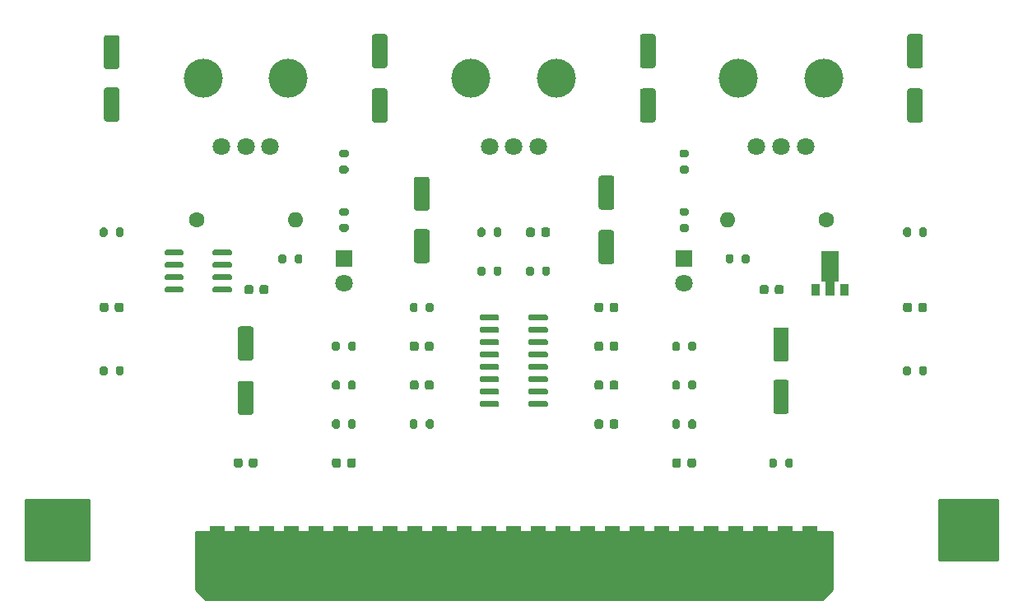
<source format=gbr>
G04 #@! TF.GenerationSoftware,KiCad,Pcbnew,(5.1.7)-1*
G04 #@! TF.CreationDate,2022-04-16T14:49:26-05:00*
G04 #@! TF.ProjectId,ConsolePedalDelaySMT,436f6e73-6f6c-4655-9065-64616c44656c,rev?*
G04 #@! TF.SameCoordinates,Original*
G04 #@! TF.FileFunction,Soldermask,Top*
G04 #@! TF.FilePolarity,Negative*
%FSLAX46Y46*%
G04 Gerber Fmt 4.6, Leading zero omitted, Abs format (unit mm)*
G04 Created by KiCad (PCBNEW (5.1.7)-1) date 2022-04-16 14:49:26*
%MOMM*%
%LPD*%
G01*
G04 APERTURE LIST*
%ADD10R,1.800000X1.800000*%
%ADD11C,1.800000*%
%ADD12C,5.000000*%
%ADD13C,1.600000*%
%ADD14O,1.600000X1.600000*%
%ADD15C,4.000000*%
%ADD16R,1.500000X7.000000*%
%ADD17R,0.900000X1.300000*%
%ADD18C,0.100000*%
%ADD19C,0.254000*%
G04 APERTURE END LIST*
D10*
G04 #@! TO.C,D3*
X115250000Y-95000000D03*
D11*
X115250000Y-97540000D03*
G04 #@! TD*
G04 #@! TO.C,D2*
X150250000Y-97540000D03*
D10*
X150250000Y-95000000D03*
G04 #@! TD*
D12*
G04 #@! TO.C,H1*
X85350000Y-122600000D03*
G04 #@! TD*
G04 #@! TO.C,H2*
X180150000Y-122600000D03*
G04 #@! TD*
D13*
G04 #@! TO.C,R21*
X100059000Y-91000000D03*
D14*
X110219000Y-91000000D03*
G04 #@! TD*
D11*
G04 #@! TO.C,RV1*
X102639000Y-83439000D03*
X105139000Y-83439000D03*
X107639000Y-83439000D03*
D15*
X100739000Y-76439000D03*
X109539000Y-76439000D03*
G04 #@! TD*
G04 #@! TO.C,RV2*
X137115000Y-76439000D03*
X128315000Y-76439000D03*
D11*
X135215000Y-83439000D03*
X132715000Y-83439000D03*
X130215000Y-83439000D03*
G04 #@! TD*
G04 #@! TO.C,RV3*
X157715000Y-83439000D03*
X160215000Y-83439000D03*
X162715000Y-83439000D03*
D15*
X155815000Y-76439000D03*
X164615000Y-76439000D03*
G04 #@! TD*
G04 #@! TO.C,C4*
G36*
G01*
X147053000Y-75389000D02*
X145953000Y-75389000D01*
G75*
G02*
X145703000Y-75139000I0J250000D01*
G01*
X145703000Y-72139000D01*
G75*
G02*
X145953000Y-71889000I250000J0D01*
G01*
X147053000Y-71889000D01*
G75*
G02*
X147303000Y-72139000I0J-250000D01*
G01*
X147303000Y-75139000D01*
G75*
G02*
X147053000Y-75389000I-250000J0D01*
G01*
G37*
G36*
G01*
X147053000Y-80989000D02*
X145953000Y-80989000D01*
G75*
G02*
X145703000Y-80739000I0J250000D01*
G01*
X145703000Y-77739000D01*
G75*
G02*
X145953000Y-77489000I250000J0D01*
G01*
X147053000Y-77489000D01*
G75*
G02*
X147303000Y-77739000I0J-250000D01*
G01*
X147303000Y-80739000D01*
G75*
G02*
X147053000Y-80989000I-250000J0D01*
G01*
G37*
G04 #@! TD*
G04 #@! TO.C,C5*
G36*
G01*
X104589000Y-101950000D02*
X105689000Y-101950000D01*
G75*
G02*
X105939000Y-102200000I0J-250000D01*
G01*
X105939000Y-105200000D01*
G75*
G02*
X105689000Y-105450000I-250000J0D01*
G01*
X104589000Y-105450000D01*
G75*
G02*
X104339000Y-105200000I0J250000D01*
G01*
X104339000Y-102200000D01*
G75*
G02*
X104589000Y-101950000I250000J0D01*
G01*
G37*
G36*
G01*
X104589000Y-107550000D02*
X105689000Y-107550000D01*
G75*
G02*
X105939000Y-107800000I0J-250000D01*
G01*
X105939000Y-110800000D01*
G75*
G02*
X105689000Y-111050000I-250000J0D01*
G01*
X104589000Y-111050000D01*
G75*
G02*
X104339000Y-110800000I0J250000D01*
G01*
X104339000Y-107800000D01*
G75*
G02*
X104589000Y-107550000I250000J0D01*
G01*
G37*
G04 #@! TD*
G04 #@! TO.C,C13*
G36*
G01*
X174553000Y-75389000D02*
X173453000Y-75389000D01*
G75*
G02*
X173203000Y-75139000I0J250000D01*
G01*
X173203000Y-72139000D01*
G75*
G02*
X173453000Y-71889000I250000J0D01*
G01*
X174553000Y-71889000D01*
G75*
G02*
X174803000Y-72139000I0J-250000D01*
G01*
X174803000Y-75139000D01*
G75*
G02*
X174553000Y-75389000I-250000J0D01*
G01*
G37*
G36*
G01*
X174553000Y-80989000D02*
X173453000Y-80989000D01*
G75*
G02*
X173203000Y-80739000I0J250000D01*
G01*
X173203000Y-77739000D01*
G75*
G02*
X173453000Y-77489000I250000J0D01*
G01*
X174553000Y-77489000D01*
G75*
G02*
X174803000Y-77739000I0J-250000D01*
G01*
X174803000Y-80739000D01*
G75*
G02*
X174553000Y-80989000I-250000J0D01*
G01*
G37*
G04 #@! TD*
G04 #@! TO.C,C14*
G36*
G01*
X119477000Y-80989000D02*
X118377000Y-80989000D01*
G75*
G02*
X118127000Y-80739000I0J250000D01*
G01*
X118127000Y-77739000D01*
G75*
G02*
X118377000Y-77489000I250000J0D01*
G01*
X119477000Y-77489000D01*
G75*
G02*
X119727000Y-77739000I0J-250000D01*
G01*
X119727000Y-80739000D01*
G75*
G02*
X119477000Y-80989000I-250000J0D01*
G01*
G37*
G36*
G01*
X119477000Y-75389000D02*
X118377000Y-75389000D01*
G75*
G02*
X118127000Y-75139000I0J250000D01*
G01*
X118127000Y-72139000D01*
G75*
G02*
X118377000Y-71889000I250000J0D01*
G01*
X119477000Y-71889000D01*
G75*
G02*
X119727000Y-72139000I0J-250000D01*
G01*
X119727000Y-75139000D01*
G75*
G02*
X119477000Y-75389000I-250000J0D01*
G01*
G37*
G04 #@! TD*
G04 #@! TO.C,C17*
G36*
G01*
X122700000Y-86550000D02*
X123800000Y-86550000D01*
G75*
G02*
X124050000Y-86800000I0J-250000D01*
G01*
X124050000Y-89800000D01*
G75*
G02*
X123800000Y-90050000I-250000J0D01*
G01*
X122700000Y-90050000D01*
G75*
G02*
X122450000Y-89800000I0J250000D01*
G01*
X122450000Y-86800000D01*
G75*
G02*
X122700000Y-86550000I250000J0D01*
G01*
G37*
G36*
G01*
X122700000Y-91950000D02*
X123800000Y-91950000D01*
G75*
G02*
X124050000Y-92200000I0J-250000D01*
G01*
X124050000Y-95200000D01*
G75*
G02*
X123800000Y-95450000I-250000J0D01*
G01*
X122700000Y-95450000D01*
G75*
G02*
X122450000Y-95200000I0J250000D01*
G01*
X122450000Y-92200000D01*
G75*
G02*
X122700000Y-91950000I250000J0D01*
G01*
G37*
G04 #@! TD*
G04 #@! TO.C,C20*
G36*
G01*
X141700000Y-86450000D02*
X142800000Y-86450000D01*
G75*
G02*
X143050000Y-86700000I0J-250000D01*
G01*
X143050000Y-89700000D01*
G75*
G02*
X142800000Y-89950000I-250000J0D01*
G01*
X141700000Y-89950000D01*
G75*
G02*
X141450000Y-89700000I0J250000D01*
G01*
X141450000Y-86700000D01*
G75*
G02*
X141700000Y-86450000I250000J0D01*
G01*
G37*
G36*
G01*
X141700000Y-92050000D02*
X142800000Y-92050000D01*
G75*
G02*
X143050000Y-92300000I0J-250000D01*
G01*
X143050000Y-95300000D01*
G75*
G02*
X142800000Y-95550000I-250000J0D01*
G01*
X141700000Y-95550000D01*
G75*
G02*
X141450000Y-95300000I0J250000D01*
G01*
X141450000Y-92300000D01*
G75*
G02*
X141700000Y-92050000I250000J0D01*
G01*
G37*
G04 #@! TD*
G04 #@! TO.C,C21*
G36*
G01*
X91901000Y-75489000D02*
X90801000Y-75489000D01*
G75*
G02*
X90551000Y-75239000I0J250000D01*
G01*
X90551000Y-72239000D01*
G75*
G02*
X90801000Y-71989000I250000J0D01*
G01*
X91901000Y-71989000D01*
G75*
G02*
X92151000Y-72239000I0J-250000D01*
G01*
X92151000Y-75239000D01*
G75*
G02*
X91901000Y-75489000I-250000J0D01*
G01*
G37*
G36*
G01*
X91901000Y-80889000D02*
X90801000Y-80889000D01*
G75*
G02*
X90551000Y-80639000I0J250000D01*
G01*
X90551000Y-77639000D01*
G75*
G02*
X90801000Y-77389000I250000J0D01*
G01*
X91901000Y-77389000D01*
G75*
G02*
X92151000Y-77639000I0J-250000D01*
G01*
X92151000Y-80639000D01*
G75*
G02*
X91901000Y-80889000I-250000J0D01*
G01*
G37*
G04 #@! TD*
G04 #@! TO.C,C22*
G36*
G01*
X159665000Y-102050000D02*
X160765000Y-102050000D01*
G75*
G02*
X161015000Y-102300000I0J-250000D01*
G01*
X161015000Y-105300000D01*
G75*
G02*
X160765000Y-105550000I-250000J0D01*
G01*
X159665000Y-105550000D01*
G75*
G02*
X159415000Y-105300000I0J250000D01*
G01*
X159415000Y-102300000D01*
G75*
G02*
X159665000Y-102050000I250000J0D01*
G01*
G37*
G36*
G01*
X159665000Y-107450000D02*
X160765000Y-107450000D01*
G75*
G02*
X161015000Y-107700000I0J-250000D01*
G01*
X161015000Y-110700000D01*
G75*
G02*
X160765000Y-110950000I-250000J0D01*
G01*
X159665000Y-110950000D01*
G75*
G02*
X159415000Y-110700000I0J250000D01*
G01*
X159415000Y-107700000D01*
G75*
G02*
X159665000Y-107450000I250000J0D01*
G01*
G37*
G04 #@! TD*
G04 #@! TO.C,R1*
G36*
G01*
X161440000Y-115725000D02*
X161440000Y-116275000D01*
G75*
G02*
X161240000Y-116475000I-200000J0D01*
G01*
X160840000Y-116475000D01*
G75*
G02*
X160640000Y-116275000I0J200000D01*
G01*
X160640000Y-115725000D01*
G75*
G02*
X160840000Y-115525000I200000J0D01*
G01*
X161240000Y-115525000D01*
G75*
G02*
X161440000Y-115725000I0J-200000D01*
G01*
G37*
G36*
G01*
X159790000Y-115725000D02*
X159790000Y-116275000D01*
G75*
G02*
X159590000Y-116475000I-200000J0D01*
G01*
X159190000Y-116475000D01*
G75*
G02*
X158990000Y-116275000I0J200000D01*
G01*
X158990000Y-115725000D01*
G75*
G02*
X159190000Y-115525000I200000J0D01*
G01*
X159590000Y-115525000D01*
G75*
G02*
X159790000Y-115725000I0J-200000D01*
G01*
G37*
G04 #@! TD*
G04 #@! TO.C,R2*
G36*
G01*
X92576000Y-106225000D02*
X92576000Y-106775000D01*
G75*
G02*
X92376000Y-106975000I-200000J0D01*
G01*
X91976000Y-106975000D01*
G75*
G02*
X91776000Y-106775000I0J200000D01*
G01*
X91776000Y-106225000D01*
G75*
G02*
X91976000Y-106025000I200000J0D01*
G01*
X92376000Y-106025000D01*
G75*
G02*
X92576000Y-106225000I0J-200000D01*
G01*
G37*
G36*
G01*
X90926000Y-106225000D02*
X90926000Y-106775000D01*
G75*
G02*
X90726000Y-106975000I-200000J0D01*
G01*
X90326000Y-106975000D01*
G75*
G02*
X90126000Y-106775000I0J200000D01*
G01*
X90126000Y-106225000D01*
G75*
G02*
X90326000Y-106025000I200000J0D01*
G01*
X90726000Y-106025000D01*
G75*
G02*
X90926000Y-106225000I0J-200000D01*
G01*
G37*
G04 #@! TD*
G04 #@! TO.C,R3*
G36*
G01*
X90126000Y-92545000D02*
X90126000Y-91995000D01*
G75*
G02*
X90326000Y-91795000I200000J0D01*
G01*
X90726000Y-91795000D01*
G75*
G02*
X90926000Y-91995000I0J-200000D01*
G01*
X90926000Y-92545000D01*
G75*
G02*
X90726000Y-92745000I-200000J0D01*
G01*
X90326000Y-92745000D01*
G75*
G02*
X90126000Y-92545000I0J200000D01*
G01*
G37*
G36*
G01*
X91776000Y-92545000D02*
X91776000Y-91995000D01*
G75*
G02*
X91976000Y-91795000I200000J0D01*
G01*
X92376000Y-91795000D01*
G75*
G02*
X92576000Y-91995000I0J-200000D01*
G01*
X92576000Y-92545000D01*
G75*
G02*
X92376000Y-92745000I-200000J0D01*
G01*
X91976000Y-92745000D01*
G75*
G02*
X91776000Y-92545000I0J200000D01*
G01*
G37*
G04 #@! TD*
G04 #@! TO.C,R4*
G36*
G01*
X115675000Y-112275000D02*
X115675000Y-111725000D01*
G75*
G02*
X115875000Y-111525000I200000J0D01*
G01*
X116275000Y-111525000D01*
G75*
G02*
X116475000Y-111725000I0J-200000D01*
G01*
X116475000Y-112275000D01*
G75*
G02*
X116275000Y-112475000I-200000J0D01*
G01*
X115875000Y-112475000D01*
G75*
G02*
X115675000Y-112275000I0J200000D01*
G01*
G37*
G36*
G01*
X114025000Y-112275000D02*
X114025000Y-111725000D01*
G75*
G02*
X114225000Y-111525000I200000J0D01*
G01*
X114625000Y-111525000D01*
G75*
G02*
X114825000Y-111725000I0J-200000D01*
G01*
X114825000Y-112275000D01*
G75*
G02*
X114625000Y-112475000I-200000J0D01*
G01*
X114225000Y-112475000D01*
G75*
G02*
X114025000Y-112275000I0J200000D01*
G01*
G37*
G04 #@! TD*
G04 #@! TO.C,R5*
G36*
G01*
X110975000Y-94725000D02*
X110975000Y-95275000D01*
G75*
G02*
X110775000Y-95475000I-200000J0D01*
G01*
X110375000Y-95475000D01*
G75*
G02*
X110175000Y-95275000I0J200000D01*
G01*
X110175000Y-94725000D01*
G75*
G02*
X110375000Y-94525000I200000J0D01*
G01*
X110775000Y-94525000D01*
G75*
G02*
X110975000Y-94725000I0J-200000D01*
G01*
G37*
G36*
G01*
X109325000Y-94725000D02*
X109325000Y-95275000D01*
G75*
G02*
X109125000Y-95475000I-200000J0D01*
G01*
X108725000Y-95475000D01*
G75*
G02*
X108525000Y-95275000I0J200000D01*
G01*
X108525000Y-94725000D01*
G75*
G02*
X108725000Y-94525000I200000J0D01*
G01*
X109125000Y-94525000D01*
G75*
G02*
X109325000Y-94725000I0J-200000D01*
G01*
G37*
G04 #@! TD*
G04 #@! TO.C,R6*
G36*
G01*
X149975000Y-85425000D02*
X150525000Y-85425000D01*
G75*
G02*
X150725000Y-85625000I0J-200000D01*
G01*
X150725000Y-86025000D01*
G75*
G02*
X150525000Y-86225000I-200000J0D01*
G01*
X149975000Y-86225000D01*
G75*
G02*
X149775000Y-86025000I0J200000D01*
G01*
X149775000Y-85625000D01*
G75*
G02*
X149975000Y-85425000I200000J0D01*
G01*
G37*
G36*
G01*
X149975000Y-83775000D02*
X150525000Y-83775000D01*
G75*
G02*
X150725000Y-83975000I0J-200000D01*
G01*
X150725000Y-84375000D01*
G75*
G02*
X150525000Y-84575000I-200000J0D01*
G01*
X149975000Y-84575000D01*
G75*
G02*
X149775000Y-84375000I0J200000D01*
G01*
X149775000Y-83975000D01*
G75*
G02*
X149975000Y-83775000I200000J0D01*
G01*
G37*
G04 #@! TD*
G04 #@! TO.C,R7*
G36*
G01*
X122825000Y-111725000D02*
X122825000Y-112275000D01*
G75*
G02*
X122625000Y-112475000I-200000J0D01*
G01*
X122225000Y-112475000D01*
G75*
G02*
X122025000Y-112275000I0J200000D01*
G01*
X122025000Y-111725000D01*
G75*
G02*
X122225000Y-111525000I200000J0D01*
G01*
X122625000Y-111525000D01*
G75*
G02*
X122825000Y-111725000I0J-200000D01*
G01*
G37*
G36*
G01*
X124475000Y-111725000D02*
X124475000Y-112275000D01*
G75*
G02*
X124275000Y-112475000I-200000J0D01*
G01*
X123875000Y-112475000D01*
G75*
G02*
X123675000Y-112275000I0J200000D01*
G01*
X123675000Y-111725000D01*
G75*
G02*
X123875000Y-111525000I200000J0D01*
G01*
X124275000Y-111525000D01*
G75*
G02*
X124475000Y-111725000I0J-200000D01*
G01*
G37*
G04 #@! TD*
G04 #@! TO.C,R8*
G36*
G01*
X128990000Y-96545000D02*
X128990000Y-95995000D01*
G75*
G02*
X129190000Y-95795000I200000J0D01*
G01*
X129590000Y-95795000D01*
G75*
G02*
X129790000Y-95995000I0J-200000D01*
G01*
X129790000Y-96545000D01*
G75*
G02*
X129590000Y-96745000I-200000J0D01*
G01*
X129190000Y-96745000D01*
G75*
G02*
X128990000Y-96545000I0J200000D01*
G01*
G37*
G36*
G01*
X130640000Y-96545000D02*
X130640000Y-95995000D01*
G75*
G02*
X130840000Y-95795000I200000J0D01*
G01*
X131240000Y-95795000D01*
G75*
G02*
X131440000Y-95995000I0J-200000D01*
G01*
X131440000Y-96545000D01*
G75*
G02*
X131240000Y-96745000I-200000J0D01*
G01*
X130840000Y-96745000D01*
G75*
G02*
X130640000Y-96545000I0J200000D01*
G01*
G37*
G04 #@! TD*
G04 #@! TO.C,R9*
G36*
G01*
X133990000Y-96545000D02*
X133990000Y-95995000D01*
G75*
G02*
X134190000Y-95795000I200000J0D01*
G01*
X134590000Y-95795000D01*
G75*
G02*
X134790000Y-95995000I0J-200000D01*
G01*
X134790000Y-96545000D01*
G75*
G02*
X134590000Y-96745000I-200000J0D01*
G01*
X134190000Y-96745000D01*
G75*
G02*
X133990000Y-96545000I0J200000D01*
G01*
G37*
G36*
G01*
X135640000Y-96545000D02*
X135640000Y-95995000D01*
G75*
G02*
X135840000Y-95795000I200000J0D01*
G01*
X136240000Y-95795000D01*
G75*
G02*
X136440000Y-95995000I0J-200000D01*
G01*
X136440000Y-96545000D01*
G75*
G02*
X136240000Y-96745000I-200000J0D01*
G01*
X135840000Y-96745000D01*
G75*
G02*
X135640000Y-96545000I0J200000D01*
G01*
G37*
G04 #@! TD*
G04 #@! TO.C,R10*
G36*
G01*
X130640000Y-92545000D02*
X130640000Y-91995000D01*
G75*
G02*
X130840000Y-91795000I200000J0D01*
G01*
X131240000Y-91795000D01*
G75*
G02*
X131440000Y-91995000I0J-200000D01*
G01*
X131440000Y-92545000D01*
G75*
G02*
X131240000Y-92745000I-200000J0D01*
G01*
X130840000Y-92745000D01*
G75*
G02*
X130640000Y-92545000I0J200000D01*
G01*
G37*
G36*
G01*
X128990000Y-92545000D02*
X128990000Y-91995000D01*
G75*
G02*
X129190000Y-91795000I200000J0D01*
G01*
X129590000Y-91795000D01*
G75*
G02*
X129790000Y-91995000I0J-200000D01*
G01*
X129790000Y-92545000D01*
G75*
G02*
X129590000Y-92745000I-200000J0D01*
G01*
X129190000Y-92745000D01*
G75*
G02*
X128990000Y-92545000I0J200000D01*
G01*
G37*
G04 #@! TD*
G04 #@! TO.C,R11*
G36*
G01*
X149025000Y-104275000D02*
X149025000Y-103725000D01*
G75*
G02*
X149225000Y-103525000I200000J0D01*
G01*
X149625000Y-103525000D01*
G75*
G02*
X149825000Y-103725000I0J-200000D01*
G01*
X149825000Y-104275000D01*
G75*
G02*
X149625000Y-104475000I-200000J0D01*
G01*
X149225000Y-104475000D01*
G75*
G02*
X149025000Y-104275000I0J200000D01*
G01*
G37*
G36*
G01*
X150675000Y-104275000D02*
X150675000Y-103725000D01*
G75*
G02*
X150875000Y-103525000I200000J0D01*
G01*
X151275000Y-103525000D01*
G75*
G02*
X151475000Y-103725000I0J-200000D01*
G01*
X151475000Y-104275000D01*
G75*
G02*
X151275000Y-104475000I-200000J0D01*
G01*
X150875000Y-104475000D01*
G75*
G02*
X150675000Y-104275000I0J200000D01*
G01*
G37*
G04 #@! TD*
G04 #@! TO.C,R12*
G36*
G01*
X150675000Y-108275000D02*
X150675000Y-107725000D01*
G75*
G02*
X150875000Y-107525000I200000J0D01*
G01*
X151275000Y-107525000D01*
G75*
G02*
X151475000Y-107725000I0J-200000D01*
G01*
X151475000Y-108275000D01*
G75*
G02*
X151275000Y-108475000I-200000J0D01*
G01*
X150875000Y-108475000D01*
G75*
G02*
X150675000Y-108275000I0J200000D01*
G01*
G37*
G36*
G01*
X149025000Y-108275000D02*
X149025000Y-107725000D01*
G75*
G02*
X149225000Y-107525000I200000J0D01*
G01*
X149625000Y-107525000D01*
G75*
G02*
X149825000Y-107725000I0J-200000D01*
G01*
X149825000Y-108275000D01*
G75*
G02*
X149625000Y-108475000I-200000J0D01*
G01*
X149225000Y-108475000D01*
G75*
G02*
X149025000Y-108275000I0J200000D01*
G01*
G37*
G04 #@! TD*
G04 #@! TO.C,R13*
G36*
G01*
X156175000Y-95275000D02*
X156175000Y-94725000D01*
G75*
G02*
X156375000Y-94525000I200000J0D01*
G01*
X156775000Y-94525000D01*
G75*
G02*
X156975000Y-94725000I0J-200000D01*
G01*
X156975000Y-95275000D01*
G75*
G02*
X156775000Y-95475000I-200000J0D01*
G01*
X156375000Y-95475000D01*
G75*
G02*
X156175000Y-95275000I0J200000D01*
G01*
G37*
G36*
G01*
X154525000Y-95275000D02*
X154525000Y-94725000D01*
G75*
G02*
X154725000Y-94525000I200000J0D01*
G01*
X155125000Y-94525000D01*
G75*
G02*
X155325000Y-94725000I0J-200000D01*
G01*
X155325000Y-95275000D01*
G75*
G02*
X155125000Y-95475000I-200000J0D01*
G01*
X154725000Y-95475000D01*
G75*
G02*
X154525000Y-95275000I0J200000D01*
G01*
G37*
G04 #@! TD*
G04 #@! TO.C,R14*
G36*
G01*
X175228000Y-91995000D02*
X175228000Y-92545000D01*
G75*
G02*
X175028000Y-92745000I-200000J0D01*
G01*
X174628000Y-92745000D01*
G75*
G02*
X174428000Y-92545000I0J200000D01*
G01*
X174428000Y-91995000D01*
G75*
G02*
X174628000Y-91795000I200000J0D01*
G01*
X175028000Y-91795000D01*
G75*
G02*
X175228000Y-91995000I0J-200000D01*
G01*
G37*
G36*
G01*
X173578000Y-91995000D02*
X173578000Y-92545000D01*
G75*
G02*
X173378000Y-92745000I-200000J0D01*
G01*
X172978000Y-92745000D01*
G75*
G02*
X172778000Y-92545000I0J200000D01*
G01*
X172778000Y-91995000D01*
G75*
G02*
X172978000Y-91795000I200000J0D01*
G01*
X173378000Y-91795000D01*
G75*
G02*
X173578000Y-91995000I0J-200000D01*
G01*
G37*
G04 #@! TD*
G04 #@! TO.C,R15*
G36*
G01*
X115525000Y-86225000D02*
X114975000Y-86225000D01*
G75*
G02*
X114775000Y-86025000I0J200000D01*
G01*
X114775000Y-85625000D01*
G75*
G02*
X114975000Y-85425000I200000J0D01*
G01*
X115525000Y-85425000D01*
G75*
G02*
X115725000Y-85625000I0J-200000D01*
G01*
X115725000Y-86025000D01*
G75*
G02*
X115525000Y-86225000I-200000J0D01*
G01*
G37*
G36*
G01*
X115525000Y-84575000D02*
X114975000Y-84575000D01*
G75*
G02*
X114775000Y-84375000I0J200000D01*
G01*
X114775000Y-83975000D01*
G75*
G02*
X114975000Y-83775000I200000J0D01*
G01*
X115525000Y-83775000D01*
G75*
G02*
X115725000Y-83975000I0J-200000D01*
G01*
X115725000Y-84375000D01*
G75*
G02*
X115525000Y-84575000I-200000J0D01*
G01*
G37*
G04 #@! TD*
G04 #@! TO.C,R16*
G36*
G01*
X149825000Y-111725000D02*
X149825000Y-112275000D01*
G75*
G02*
X149625000Y-112475000I-200000J0D01*
G01*
X149225000Y-112475000D01*
G75*
G02*
X149025000Y-112275000I0J200000D01*
G01*
X149025000Y-111725000D01*
G75*
G02*
X149225000Y-111525000I200000J0D01*
G01*
X149625000Y-111525000D01*
G75*
G02*
X149825000Y-111725000I0J-200000D01*
G01*
G37*
G36*
G01*
X151475000Y-111725000D02*
X151475000Y-112275000D01*
G75*
G02*
X151275000Y-112475000I-200000J0D01*
G01*
X150875000Y-112475000D01*
G75*
G02*
X150675000Y-112275000I0J200000D01*
G01*
X150675000Y-111725000D01*
G75*
G02*
X150875000Y-111525000I200000J0D01*
G01*
X151275000Y-111525000D01*
G75*
G02*
X151475000Y-111725000I0J-200000D01*
G01*
G37*
G04 #@! TD*
G04 #@! TO.C,R17*
G36*
G01*
X122825000Y-99725000D02*
X122825000Y-100275000D01*
G75*
G02*
X122625000Y-100475000I-200000J0D01*
G01*
X122225000Y-100475000D01*
G75*
G02*
X122025000Y-100275000I0J200000D01*
G01*
X122025000Y-99725000D01*
G75*
G02*
X122225000Y-99525000I200000J0D01*
G01*
X122625000Y-99525000D01*
G75*
G02*
X122825000Y-99725000I0J-200000D01*
G01*
G37*
G36*
G01*
X124475000Y-99725000D02*
X124475000Y-100275000D01*
G75*
G02*
X124275000Y-100475000I-200000J0D01*
G01*
X123875000Y-100475000D01*
G75*
G02*
X123675000Y-100275000I0J200000D01*
G01*
X123675000Y-99725000D01*
G75*
G02*
X123875000Y-99525000I200000J0D01*
G01*
X124275000Y-99525000D01*
G75*
G02*
X124475000Y-99725000I0J-200000D01*
G01*
G37*
G04 #@! TD*
G04 #@! TO.C,R18*
G36*
G01*
X174428000Y-106775000D02*
X174428000Y-106225000D01*
G75*
G02*
X174628000Y-106025000I200000J0D01*
G01*
X175028000Y-106025000D01*
G75*
G02*
X175228000Y-106225000I0J-200000D01*
G01*
X175228000Y-106775000D01*
G75*
G02*
X175028000Y-106975000I-200000J0D01*
G01*
X174628000Y-106975000D01*
G75*
G02*
X174428000Y-106775000I0J200000D01*
G01*
G37*
G36*
G01*
X172778000Y-106775000D02*
X172778000Y-106225000D01*
G75*
G02*
X172978000Y-106025000I200000J0D01*
G01*
X173378000Y-106025000D01*
G75*
G02*
X173578000Y-106225000I0J-200000D01*
G01*
X173578000Y-106775000D01*
G75*
G02*
X173378000Y-106975000I-200000J0D01*
G01*
X172978000Y-106975000D01*
G75*
G02*
X172778000Y-106775000I0J200000D01*
G01*
G37*
G04 #@! TD*
G04 #@! TO.C,R19*
G36*
G01*
X116475000Y-107725000D02*
X116475000Y-108275000D01*
G75*
G02*
X116275000Y-108475000I-200000J0D01*
G01*
X115875000Y-108475000D01*
G75*
G02*
X115675000Y-108275000I0J200000D01*
G01*
X115675000Y-107725000D01*
G75*
G02*
X115875000Y-107525000I200000J0D01*
G01*
X116275000Y-107525000D01*
G75*
G02*
X116475000Y-107725000I0J-200000D01*
G01*
G37*
G36*
G01*
X114825000Y-107725000D02*
X114825000Y-108275000D01*
G75*
G02*
X114625000Y-108475000I-200000J0D01*
G01*
X114225000Y-108475000D01*
G75*
G02*
X114025000Y-108275000I0J200000D01*
G01*
X114025000Y-107725000D01*
G75*
G02*
X114225000Y-107525000I200000J0D01*
G01*
X114625000Y-107525000D01*
G75*
G02*
X114825000Y-107725000I0J-200000D01*
G01*
G37*
G04 #@! TD*
G04 #@! TO.C,R20*
G36*
G01*
X115675000Y-104275000D02*
X115675000Y-103725000D01*
G75*
G02*
X115875000Y-103525000I200000J0D01*
G01*
X116275000Y-103525000D01*
G75*
G02*
X116475000Y-103725000I0J-200000D01*
G01*
X116475000Y-104275000D01*
G75*
G02*
X116275000Y-104475000I-200000J0D01*
G01*
X115875000Y-104475000D01*
G75*
G02*
X115675000Y-104275000I0J200000D01*
G01*
G37*
G36*
G01*
X114025000Y-104275000D02*
X114025000Y-103725000D01*
G75*
G02*
X114225000Y-103525000I200000J0D01*
G01*
X114625000Y-103525000D01*
G75*
G02*
X114825000Y-103725000I0J-200000D01*
G01*
X114825000Y-104275000D01*
G75*
G02*
X114625000Y-104475000I-200000J0D01*
G01*
X114225000Y-104475000D01*
G75*
G02*
X114025000Y-104275000I0J200000D01*
G01*
G37*
G04 #@! TD*
G04 #@! TO.C,U1*
G36*
G01*
X96800000Y-94515000D02*
X96800000Y-94215000D01*
G75*
G02*
X96950000Y-94065000I150000J0D01*
G01*
X98600000Y-94065000D01*
G75*
G02*
X98750000Y-94215000I0J-150000D01*
G01*
X98750000Y-94515000D01*
G75*
G02*
X98600000Y-94665000I-150000J0D01*
G01*
X96950000Y-94665000D01*
G75*
G02*
X96800000Y-94515000I0J150000D01*
G01*
G37*
G36*
G01*
X96800000Y-95785000D02*
X96800000Y-95485000D01*
G75*
G02*
X96950000Y-95335000I150000J0D01*
G01*
X98600000Y-95335000D01*
G75*
G02*
X98750000Y-95485000I0J-150000D01*
G01*
X98750000Y-95785000D01*
G75*
G02*
X98600000Y-95935000I-150000J0D01*
G01*
X96950000Y-95935000D01*
G75*
G02*
X96800000Y-95785000I0J150000D01*
G01*
G37*
G36*
G01*
X96800000Y-97055000D02*
X96800000Y-96755000D01*
G75*
G02*
X96950000Y-96605000I150000J0D01*
G01*
X98600000Y-96605000D01*
G75*
G02*
X98750000Y-96755000I0J-150000D01*
G01*
X98750000Y-97055000D01*
G75*
G02*
X98600000Y-97205000I-150000J0D01*
G01*
X96950000Y-97205000D01*
G75*
G02*
X96800000Y-97055000I0J150000D01*
G01*
G37*
G36*
G01*
X96800000Y-98325000D02*
X96800000Y-98025000D01*
G75*
G02*
X96950000Y-97875000I150000J0D01*
G01*
X98600000Y-97875000D01*
G75*
G02*
X98750000Y-98025000I0J-150000D01*
G01*
X98750000Y-98325000D01*
G75*
G02*
X98600000Y-98475000I-150000J0D01*
G01*
X96950000Y-98475000D01*
G75*
G02*
X96800000Y-98325000I0J150000D01*
G01*
G37*
G36*
G01*
X101750000Y-98325000D02*
X101750000Y-98025000D01*
G75*
G02*
X101900000Y-97875000I150000J0D01*
G01*
X103550000Y-97875000D01*
G75*
G02*
X103700000Y-98025000I0J-150000D01*
G01*
X103700000Y-98325000D01*
G75*
G02*
X103550000Y-98475000I-150000J0D01*
G01*
X101900000Y-98475000D01*
G75*
G02*
X101750000Y-98325000I0J150000D01*
G01*
G37*
G36*
G01*
X101750000Y-97055000D02*
X101750000Y-96755000D01*
G75*
G02*
X101900000Y-96605000I150000J0D01*
G01*
X103550000Y-96605000D01*
G75*
G02*
X103700000Y-96755000I0J-150000D01*
G01*
X103700000Y-97055000D01*
G75*
G02*
X103550000Y-97205000I-150000J0D01*
G01*
X101900000Y-97205000D01*
G75*
G02*
X101750000Y-97055000I0J150000D01*
G01*
G37*
G36*
G01*
X101750000Y-95785000D02*
X101750000Y-95485000D01*
G75*
G02*
X101900000Y-95335000I150000J0D01*
G01*
X103550000Y-95335000D01*
G75*
G02*
X103700000Y-95485000I0J-150000D01*
G01*
X103700000Y-95785000D01*
G75*
G02*
X103550000Y-95935000I-150000J0D01*
G01*
X101900000Y-95935000D01*
G75*
G02*
X101750000Y-95785000I0J150000D01*
G01*
G37*
G36*
G01*
X101750000Y-94515000D02*
X101750000Y-94215000D01*
G75*
G02*
X101900000Y-94065000I150000J0D01*
G01*
X103550000Y-94065000D01*
G75*
G02*
X103700000Y-94215000I0J-150000D01*
G01*
X103700000Y-94515000D01*
G75*
G02*
X103550000Y-94665000I-150000J0D01*
G01*
X101900000Y-94665000D01*
G75*
G02*
X101750000Y-94515000I0J150000D01*
G01*
G37*
G04 #@! TD*
D16*
G04 #@! TO.C,J1*
X163195000Y-126000000D03*
X160655000Y-126000000D03*
X158115000Y-126000000D03*
X155575000Y-126000000D03*
X153035000Y-126000000D03*
X150495000Y-126000000D03*
X147955000Y-126000000D03*
X145415000Y-126000000D03*
X142875000Y-126000000D03*
X140335000Y-126000000D03*
X137795000Y-126000000D03*
X135255000Y-126000000D03*
X132715000Y-126000000D03*
X130175000Y-126000000D03*
X127635000Y-126000000D03*
X125095000Y-126000000D03*
X122555000Y-126000000D03*
X120015000Y-126000000D03*
X117475000Y-126000000D03*
X114935000Y-126000000D03*
X112395000Y-126000000D03*
X109855000Y-126000000D03*
X107315000Y-126000000D03*
X104775000Y-126000000D03*
X102235000Y-126000000D03*
G04 #@! TD*
G04 #@! TO.C,R22*
G36*
G01*
X114975000Y-91425000D02*
X115525000Y-91425000D01*
G75*
G02*
X115725000Y-91625000I0J-200000D01*
G01*
X115725000Y-92025000D01*
G75*
G02*
X115525000Y-92225000I-200000J0D01*
G01*
X114975000Y-92225000D01*
G75*
G02*
X114775000Y-92025000I0J200000D01*
G01*
X114775000Y-91625000D01*
G75*
G02*
X114975000Y-91425000I200000J0D01*
G01*
G37*
G36*
G01*
X114975000Y-89775000D02*
X115525000Y-89775000D01*
G75*
G02*
X115725000Y-89975000I0J-200000D01*
G01*
X115725000Y-90375000D01*
G75*
G02*
X115525000Y-90575000I-200000J0D01*
G01*
X114975000Y-90575000D01*
G75*
G02*
X114775000Y-90375000I0J200000D01*
G01*
X114775000Y-89975000D01*
G75*
G02*
X114975000Y-89775000I200000J0D01*
G01*
G37*
G04 #@! TD*
D13*
G04 #@! TO.C,R23*
X164846000Y-91000000D03*
D14*
X154686000Y-91000000D03*
G04 #@! TD*
G04 #@! TO.C,R24*
G36*
G01*
X149975000Y-89775000D02*
X150525000Y-89775000D01*
G75*
G02*
X150725000Y-89975000I0J-200000D01*
G01*
X150725000Y-90375000D01*
G75*
G02*
X150525000Y-90575000I-200000J0D01*
G01*
X149975000Y-90575000D01*
G75*
G02*
X149775000Y-90375000I0J200000D01*
G01*
X149775000Y-89975000D01*
G75*
G02*
X149975000Y-89775000I200000J0D01*
G01*
G37*
G36*
G01*
X149975000Y-91425000D02*
X150525000Y-91425000D01*
G75*
G02*
X150725000Y-91625000I0J-200000D01*
G01*
X150725000Y-92025000D01*
G75*
G02*
X150525000Y-92225000I-200000J0D01*
G01*
X149975000Y-92225000D01*
G75*
G02*
X149775000Y-92025000I0J200000D01*
G01*
X149775000Y-91625000D01*
G75*
G02*
X149975000Y-91425000I200000J0D01*
G01*
G37*
G04 #@! TD*
G04 #@! TO.C,U2*
G36*
G01*
X129215000Y-101205000D02*
X129215000Y-100905000D01*
G75*
G02*
X129365000Y-100755000I150000J0D01*
G01*
X131065000Y-100755000D01*
G75*
G02*
X131215000Y-100905000I0J-150000D01*
G01*
X131215000Y-101205000D01*
G75*
G02*
X131065000Y-101355000I-150000J0D01*
G01*
X129365000Y-101355000D01*
G75*
G02*
X129215000Y-101205000I0J150000D01*
G01*
G37*
G36*
G01*
X129215000Y-102475000D02*
X129215000Y-102175000D01*
G75*
G02*
X129365000Y-102025000I150000J0D01*
G01*
X131065000Y-102025000D01*
G75*
G02*
X131215000Y-102175000I0J-150000D01*
G01*
X131215000Y-102475000D01*
G75*
G02*
X131065000Y-102625000I-150000J0D01*
G01*
X129365000Y-102625000D01*
G75*
G02*
X129215000Y-102475000I0J150000D01*
G01*
G37*
G36*
G01*
X129215000Y-103745000D02*
X129215000Y-103445000D01*
G75*
G02*
X129365000Y-103295000I150000J0D01*
G01*
X131065000Y-103295000D01*
G75*
G02*
X131215000Y-103445000I0J-150000D01*
G01*
X131215000Y-103745000D01*
G75*
G02*
X131065000Y-103895000I-150000J0D01*
G01*
X129365000Y-103895000D01*
G75*
G02*
X129215000Y-103745000I0J150000D01*
G01*
G37*
G36*
G01*
X129215000Y-105015000D02*
X129215000Y-104715000D01*
G75*
G02*
X129365000Y-104565000I150000J0D01*
G01*
X131065000Y-104565000D01*
G75*
G02*
X131215000Y-104715000I0J-150000D01*
G01*
X131215000Y-105015000D01*
G75*
G02*
X131065000Y-105165000I-150000J0D01*
G01*
X129365000Y-105165000D01*
G75*
G02*
X129215000Y-105015000I0J150000D01*
G01*
G37*
G36*
G01*
X129215000Y-106285000D02*
X129215000Y-105985000D01*
G75*
G02*
X129365000Y-105835000I150000J0D01*
G01*
X131065000Y-105835000D01*
G75*
G02*
X131215000Y-105985000I0J-150000D01*
G01*
X131215000Y-106285000D01*
G75*
G02*
X131065000Y-106435000I-150000J0D01*
G01*
X129365000Y-106435000D01*
G75*
G02*
X129215000Y-106285000I0J150000D01*
G01*
G37*
G36*
G01*
X129215000Y-107555000D02*
X129215000Y-107255000D01*
G75*
G02*
X129365000Y-107105000I150000J0D01*
G01*
X131065000Y-107105000D01*
G75*
G02*
X131215000Y-107255000I0J-150000D01*
G01*
X131215000Y-107555000D01*
G75*
G02*
X131065000Y-107705000I-150000J0D01*
G01*
X129365000Y-107705000D01*
G75*
G02*
X129215000Y-107555000I0J150000D01*
G01*
G37*
G36*
G01*
X129215000Y-108825000D02*
X129215000Y-108525000D01*
G75*
G02*
X129365000Y-108375000I150000J0D01*
G01*
X131065000Y-108375000D01*
G75*
G02*
X131215000Y-108525000I0J-150000D01*
G01*
X131215000Y-108825000D01*
G75*
G02*
X131065000Y-108975000I-150000J0D01*
G01*
X129365000Y-108975000D01*
G75*
G02*
X129215000Y-108825000I0J150000D01*
G01*
G37*
G36*
G01*
X129215000Y-110095000D02*
X129215000Y-109795000D01*
G75*
G02*
X129365000Y-109645000I150000J0D01*
G01*
X131065000Y-109645000D01*
G75*
G02*
X131215000Y-109795000I0J-150000D01*
G01*
X131215000Y-110095000D01*
G75*
G02*
X131065000Y-110245000I-150000J0D01*
G01*
X129365000Y-110245000D01*
G75*
G02*
X129215000Y-110095000I0J150000D01*
G01*
G37*
G36*
G01*
X134215000Y-110095000D02*
X134215000Y-109795000D01*
G75*
G02*
X134365000Y-109645000I150000J0D01*
G01*
X136065000Y-109645000D01*
G75*
G02*
X136215000Y-109795000I0J-150000D01*
G01*
X136215000Y-110095000D01*
G75*
G02*
X136065000Y-110245000I-150000J0D01*
G01*
X134365000Y-110245000D01*
G75*
G02*
X134215000Y-110095000I0J150000D01*
G01*
G37*
G36*
G01*
X134215000Y-108825000D02*
X134215000Y-108525000D01*
G75*
G02*
X134365000Y-108375000I150000J0D01*
G01*
X136065000Y-108375000D01*
G75*
G02*
X136215000Y-108525000I0J-150000D01*
G01*
X136215000Y-108825000D01*
G75*
G02*
X136065000Y-108975000I-150000J0D01*
G01*
X134365000Y-108975000D01*
G75*
G02*
X134215000Y-108825000I0J150000D01*
G01*
G37*
G36*
G01*
X134215000Y-107555000D02*
X134215000Y-107255000D01*
G75*
G02*
X134365000Y-107105000I150000J0D01*
G01*
X136065000Y-107105000D01*
G75*
G02*
X136215000Y-107255000I0J-150000D01*
G01*
X136215000Y-107555000D01*
G75*
G02*
X136065000Y-107705000I-150000J0D01*
G01*
X134365000Y-107705000D01*
G75*
G02*
X134215000Y-107555000I0J150000D01*
G01*
G37*
G36*
G01*
X134215000Y-106285000D02*
X134215000Y-105985000D01*
G75*
G02*
X134365000Y-105835000I150000J0D01*
G01*
X136065000Y-105835000D01*
G75*
G02*
X136215000Y-105985000I0J-150000D01*
G01*
X136215000Y-106285000D01*
G75*
G02*
X136065000Y-106435000I-150000J0D01*
G01*
X134365000Y-106435000D01*
G75*
G02*
X134215000Y-106285000I0J150000D01*
G01*
G37*
G36*
G01*
X134215000Y-105015000D02*
X134215000Y-104715000D01*
G75*
G02*
X134365000Y-104565000I150000J0D01*
G01*
X136065000Y-104565000D01*
G75*
G02*
X136215000Y-104715000I0J-150000D01*
G01*
X136215000Y-105015000D01*
G75*
G02*
X136065000Y-105165000I-150000J0D01*
G01*
X134365000Y-105165000D01*
G75*
G02*
X134215000Y-105015000I0J150000D01*
G01*
G37*
G36*
G01*
X134215000Y-103745000D02*
X134215000Y-103445000D01*
G75*
G02*
X134365000Y-103295000I150000J0D01*
G01*
X136065000Y-103295000D01*
G75*
G02*
X136215000Y-103445000I0J-150000D01*
G01*
X136215000Y-103745000D01*
G75*
G02*
X136065000Y-103895000I-150000J0D01*
G01*
X134365000Y-103895000D01*
G75*
G02*
X134215000Y-103745000I0J150000D01*
G01*
G37*
G36*
G01*
X134215000Y-102475000D02*
X134215000Y-102175000D01*
G75*
G02*
X134365000Y-102025000I150000J0D01*
G01*
X136065000Y-102025000D01*
G75*
G02*
X136215000Y-102175000I0J-150000D01*
G01*
X136215000Y-102475000D01*
G75*
G02*
X136065000Y-102625000I-150000J0D01*
G01*
X134365000Y-102625000D01*
G75*
G02*
X134215000Y-102475000I0J150000D01*
G01*
G37*
G36*
G01*
X134215000Y-101205000D02*
X134215000Y-100905000D01*
G75*
G02*
X134365000Y-100755000I150000J0D01*
G01*
X136065000Y-100755000D01*
G75*
G02*
X136215000Y-100905000I0J-150000D01*
G01*
X136215000Y-101205000D01*
G75*
G02*
X136065000Y-101355000I-150000J0D01*
G01*
X134365000Y-101355000D01*
G75*
G02*
X134215000Y-101205000I0J150000D01*
G01*
G37*
G04 #@! TD*
D17*
G04 #@! TO.C,U3*
X163750000Y-98170000D03*
X166750000Y-98170000D03*
D18*
G36*
X166116500Y-94220000D02*
G01*
X166116500Y-97345000D01*
X165700000Y-97345000D01*
X165700000Y-98820000D01*
X164800000Y-98820000D01*
X164800000Y-97345000D01*
X164383500Y-97345000D01*
X164383500Y-94220000D01*
X166116500Y-94220000D01*
G37*
G04 #@! TD*
G04 #@! TO.C,C1*
G36*
G01*
X105464000Y-116250000D02*
X105464000Y-115750000D01*
G75*
G02*
X105689000Y-115525000I225000J0D01*
G01*
X106139000Y-115525000D01*
G75*
G02*
X106364000Y-115750000I0J-225000D01*
G01*
X106364000Y-116250000D01*
G75*
G02*
X106139000Y-116475000I-225000J0D01*
G01*
X105689000Y-116475000D01*
G75*
G02*
X105464000Y-116250000I0J225000D01*
G01*
G37*
G36*
G01*
X103914000Y-116250000D02*
X103914000Y-115750000D01*
G75*
G02*
X104139000Y-115525000I225000J0D01*
G01*
X104589000Y-115525000D01*
G75*
G02*
X104814000Y-115750000I0J-225000D01*
G01*
X104814000Y-116250000D01*
G75*
G02*
X104589000Y-116475000I-225000J0D01*
G01*
X104139000Y-116475000D01*
G75*
G02*
X103914000Y-116250000I0J225000D01*
G01*
G37*
G04 #@! TD*
G04 #@! TO.C,C2*
G36*
G01*
X92576000Y-99750000D02*
X92576000Y-100250000D01*
G75*
G02*
X92351000Y-100475000I-225000J0D01*
G01*
X91901000Y-100475000D01*
G75*
G02*
X91676000Y-100250000I0J225000D01*
G01*
X91676000Y-99750000D01*
G75*
G02*
X91901000Y-99525000I225000J0D01*
G01*
X92351000Y-99525000D01*
G75*
G02*
X92576000Y-99750000I0J-225000D01*
G01*
G37*
G36*
G01*
X91026000Y-99750000D02*
X91026000Y-100250000D01*
G75*
G02*
X90801000Y-100475000I-225000J0D01*
G01*
X90351000Y-100475000D01*
G75*
G02*
X90126000Y-100250000I0J225000D01*
G01*
X90126000Y-99750000D01*
G75*
G02*
X90351000Y-99525000I225000J0D01*
G01*
X90801000Y-99525000D01*
G75*
G02*
X91026000Y-99750000I0J-225000D01*
G01*
G37*
G04 #@! TD*
G04 #@! TO.C,C3*
G36*
G01*
X105925000Y-97925000D02*
X105925000Y-98425000D01*
G75*
G02*
X105700000Y-98650000I-225000J0D01*
G01*
X105250000Y-98650000D01*
G75*
G02*
X105025000Y-98425000I0J225000D01*
G01*
X105025000Y-97925000D01*
G75*
G02*
X105250000Y-97700000I225000J0D01*
G01*
X105700000Y-97700000D01*
G75*
G02*
X105925000Y-97925000I0J-225000D01*
G01*
G37*
G36*
G01*
X107475000Y-97925000D02*
X107475000Y-98425000D01*
G75*
G02*
X107250000Y-98650000I-225000J0D01*
G01*
X106800000Y-98650000D01*
G75*
G02*
X106575000Y-98425000I0J225000D01*
G01*
X106575000Y-97925000D01*
G75*
G02*
X106800000Y-97700000I225000J0D01*
G01*
X107250000Y-97700000D01*
G75*
G02*
X107475000Y-97925000I0J-225000D01*
G01*
G37*
G04 #@! TD*
G04 #@! TO.C,C6*
G36*
G01*
X114925000Y-115750000D02*
X114925000Y-116250000D01*
G75*
G02*
X114700000Y-116475000I-225000J0D01*
G01*
X114250000Y-116475000D01*
G75*
G02*
X114025000Y-116250000I0J225000D01*
G01*
X114025000Y-115750000D01*
G75*
G02*
X114250000Y-115525000I225000J0D01*
G01*
X114700000Y-115525000D01*
G75*
G02*
X114925000Y-115750000I0J-225000D01*
G01*
G37*
G36*
G01*
X116475000Y-115750000D02*
X116475000Y-116250000D01*
G75*
G02*
X116250000Y-116475000I-225000J0D01*
G01*
X115800000Y-116475000D01*
G75*
G02*
X115575000Y-116250000I0J225000D01*
G01*
X115575000Y-115750000D01*
G75*
G02*
X115800000Y-115525000I225000J0D01*
G01*
X116250000Y-115525000D01*
G75*
G02*
X116475000Y-115750000I0J-225000D01*
G01*
G37*
G04 #@! TD*
G04 #@! TO.C,C7*
G36*
G01*
X143475000Y-99750000D02*
X143475000Y-100250000D01*
G75*
G02*
X143250000Y-100475000I-225000J0D01*
G01*
X142800000Y-100475000D01*
G75*
G02*
X142575000Y-100250000I0J225000D01*
G01*
X142575000Y-99750000D01*
G75*
G02*
X142800000Y-99525000I225000J0D01*
G01*
X143250000Y-99525000D01*
G75*
G02*
X143475000Y-99750000I0J-225000D01*
G01*
G37*
G36*
G01*
X141925000Y-99750000D02*
X141925000Y-100250000D01*
G75*
G02*
X141700000Y-100475000I-225000J0D01*
G01*
X141250000Y-100475000D01*
G75*
G02*
X141025000Y-100250000I0J225000D01*
G01*
X141025000Y-99750000D01*
G75*
G02*
X141250000Y-99525000I225000J0D01*
G01*
X141700000Y-99525000D01*
G75*
G02*
X141925000Y-99750000I0J-225000D01*
G01*
G37*
G04 #@! TD*
G04 #@! TO.C,C8*
G36*
G01*
X143475000Y-103750000D02*
X143475000Y-104250000D01*
G75*
G02*
X143250000Y-104475000I-225000J0D01*
G01*
X142800000Y-104475000D01*
G75*
G02*
X142575000Y-104250000I0J225000D01*
G01*
X142575000Y-103750000D01*
G75*
G02*
X142800000Y-103525000I225000J0D01*
G01*
X143250000Y-103525000D01*
G75*
G02*
X143475000Y-103750000I0J-225000D01*
G01*
G37*
G36*
G01*
X141925000Y-103750000D02*
X141925000Y-104250000D01*
G75*
G02*
X141700000Y-104475000I-225000J0D01*
G01*
X141250000Y-104475000D01*
G75*
G02*
X141025000Y-104250000I0J225000D01*
G01*
X141025000Y-103750000D01*
G75*
G02*
X141250000Y-103525000I225000J0D01*
G01*
X141700000Y-103525000D01*
G75*
G02*
X141925000Y-103750000I0J-225000D01*
G01*
G37*
G04 #@! TD*
G04 #@! TO.C,C9*
G36*
G01*
X143475000Y-107750000D02*
X143475000Y-108250000D01*
G75*
G02*
X143250000Y-108475000I-225000J0D01*
G01*
X142800000Y-108475000D01*
G75*
G02*
X142575000Y-108250000I0J225000D01*
G01*
X142575000Y-107750000D01*
G75*
G02*
X142800000Y-107525000I225000J0D01*
G01*
X143250000Y-107525000D01*
G75*
G02*
X143475000Y-107750000I0J-225000D01*
G01*
G37*
G36*
G01*
X141925000Y-107750000D02*
X141925000Y-108250000D01*
G75*
G02*
X141700000Y-108475000I-225000J0D01*
G01*
X141250000Y-108475000D01*
G75*
G02*
X141025000Y-108250000I0J225000D01*
G01*
X141025000Y-107750000D01*
G75*
G02*
X141250000Y-107525000I225000J0D01*
G01*
X141700000Y-107525000D01*
G75*
G02*
X141925000Y-107750000I0J-225000D01*
G01*
G37*
G04 #@! TD*
G04 #@! TO.C,C10*
G36*
G01*
X143475000Y-111750000D02*
X143475000Y-112250000D01*
G75*
G02*
X143250000Y-112475000I-225000J0D01*
G01*
X142800000Y-112475000D01*
G75*
G02*
X142575000Y-112250000I0J225000D01*
G01*
X142575000Y-111750000D01*
G75*
G02*
X142800000Y-111525000I225000J0D01*
G01*
X143250000Y-111525000D01*
G75*
G02*
X143475000Y-111750000I0J-225000D01*
G01*
G37*
G36*
G01*
X141925000Y-111750000D02*
X141925000Y-112250000D01*
G75*
G02*
X141700000Y-112475000I-225000J0D01*
G01*
X141250000Y-112475000D01*
G75*
G02*
X141025000Y-112250000I0J225000D01*
G01*
X141025000Y-111750000D01*
G75*
G02*
X141250000Y-111525000I225000J0D01*
G01*
X141700000Y-111525000D01*
G75*
G02*
X141925000Y-111750000I0J-225000D01*
G01*
G37*
G04 #@! TD*
G04 #@! TO.C,C11*
G36*
G01*
X136440000Y-92020000D02*
X136440000Y-92520000D01*
G75*
G02*
X136215000Y-92745000I-225000J0D01*
G01*
X135765000Y-92745000D01*
G75*
G02*
X135540000Y-92520000I0J225000D01*
G01*
X135540000Y-92020000D01*
G75*
G02*
X135765000Y-91795000I225000J0D01*
G01*
X136215000Y-91795000D01*
G75*
G02*
X136440000Y-92020000I0J-225000D01*
G01*
G37*
G36*
G01*
X134890000Y-92020000D02*
X134890000Y-92520000D01*
G75*
G02*
X134665000Y-92745000I-225000J0D01*
G01*
X134215000Y-92745000D01*
G75*
G02*
X133990000Y-92520000I0J225000D01*
G01*
X133990000Y-92020000D01*
G75*
G02*
X134215000Y-91795000I225000J0D01*
G01*
X134665000Y-91795000D01*
G75*
G02*
X134890000Y-92020000I0J-225000D01*
G01*
G37*
G04 #@! TD*
G04 #@! TO.C,C12*
G36*
G01*
X158925000Y-97925000D02*
X158925000Y-98425000D01*
G75*
G02*
X158700000Y-98650000I-225000J0D01*
G01*
X158250000Y-98650000D01*
G75*
G02*
X158025000Y-98425000I0J225000D01*
G01*
X158025000Y-97925000D01*
G75*
G02*
X158250000Y-97700000I225000J0D01*
G01*
X158700000Y-97700000D01*
G75*
G02*
X158925000Y-97925000I0J-225000D01*
G01*
G37*
G36*
G01*
X160475000Y-97925000D02*
X160475000Y-98425000D01*
G75*
G02*
X160250000Y-98650000I-225000J0D01*
G01*
X159800000Y-98650000D01*
G75*
G02*
X159575000Y-98425000I0J225000D01*
G01*
X159575000Y-97925000D01*
G75*
G02*
X159800000Y-97700000I225000J0D01*
G01*
X160250000Y-97700000D01*
G75*
G02*
X160475000Y-97925000I0J-225000D01*
G01*
G37*
G04 #@! TD*
G04 #@! TO.C,C15*
G36*
G01*
X174328000Y-100250000D02*
X174328000Y-99750000D01*
G75*
G02*
X174553000Y-99525000I225000J0D01*
G01*
X175003000Y-99525000D01*
G75*
G02*
X175228000Y-99750000I0J-225000D01*
G01*
X175228000Y-100250000D01*
G75*
G02*
X175003000Y-100475000I-225000J0D01*
G01*
X174553000Y-100475000D01*
G75*
G02*
X174328000Y-100250000I0J225000D01*
G01*
G37*
G36*
G01*
X172778000Y-100250000D02*
X172778000Y-99750000D01*
G75*
G02*
X173003000Y-99525000I225000J0D01*
G01*
X173453000Y-99525000D01*
G75*
G02*
X173678000Y-99750000I0J-225000D01*
G01*
X173678000Y-100250000D01*
G75*
G02*
X173453000Y-100475000I-225000J0D01*
G01*
X173003000Y-100475000D01*
G75*
G02*
X172778000Y-100250000I0J225000D01*
G01*
G37*
G04 #@! TD*
G04 #@! TO.C,C16*
G36*
G01*
X150575000Y-116250000D02*
X150575000Y-115750000D01*
G75*
G02*
X150800000Y-115525000I225000J0D01*
G01*
X151250000Y-115525000D01*
G75*
G02*
X151475000Y-115750000I0J-225000D01*
G01*
X151475000Y-116250000D01*
G75*
G02*
X151250000Y-116475000I-225000J0D01*
G01*
X150800000Y-116475000D01*
G75*
G02*
X150575000Y-116250000I0J225000D01*
G01*
G37*
G36*
G01*
X149025000Y-116250000D02*
X149025000Y-115750000D01*
G75*
G02*
X149250000Y-115525000I225000J0D01*
G01*
X149700000Y-115525000D01*
G75*
G02*
X149925000Y-115750000I0J-225000D01*
G01*
X149925000Y-116250000D01*
G75*
G02*
X149700000Y-116475000I-225000J0D01*
G01*
X149250000Y-116475000D01*
G75*
G02*
X149025000Y-116250000I0J225000D01*
G01*
G37*
G04 #@! TD*
G04 #@! TO.C,C18*
G36*
G01*
X122925000Y-103750000D02*
X122925000Y-104250000D01*
G75*
G02*
X122700000Y-104475000I-225000J0D01*
G01*
X122250000Y-104475000D01*
G75*
G02*
X122025000Y-104250000I0J225000D01*
G01*
X122025000Y-103750000D01*
G75*
G02*
X122250000Y-103525000I225000J0D01*
G01*
X122700000Y-103525000D01*
G75*
G02*
X122925000Y-103750000I0J-225000D01*
G01*
G37*
G36*
G01*
X124475000Y-103750000D02*
X124475000Y-104250000D01*
G75*
G02*
X124250000Y-104475000I-225000J0D01*
G01*
X123800000Y-104475000D01*
G75*
G02*
X123575000Y-104250000I0J225000D01*
G01*
X123575000Y-103750000D01*
G75*
G02*
X123800000Y-103525000I225000J0D01*
G01*
X124250000Y-103525000D01*
G75*
G02*
X124475000Y-103750000I0J-225000D01*
G01*
G37*
G04 #@! TD*
G04 #@! TO.C,C19*
G36*
G01*
X124475000Y-107750000D02*
X124475000Y-108250000D01*
G75*
G02*
X124250000Y-108475000I-225000J0D01*
G01*
X123800000Y-108475000D01*
G75*
G02*
X123575000Y-108250000I0J225000D01*
G01*
X123575000Y-107750000D01*
G75*
G02*
X123800000Y-107525000I225000J0D01*
G01*
X124250000Y-107525000D01*
G75*
G02*
X124475000Y-107750000I0J-225000D01*
G01*
G37*
G36*
G01*
X122925000Y-107750000D02*
X122925000Y-108250000D01*
G75*
G02*
X122700000Y-108475000I-225000J0D01*
G01*
X122250000Y-108475000D01*
G75*
G02*
X122025000Y-108250000I0J225000D01*
G01*
X122025000Y-107750000D01*
G75*
G02*
X122250000Y-107525000I225000J0D01*
G01*
X122700000Y-107525000D01*
G75*
G02*
X122925000Y-107750000I0J-225000D01*
G01*
G37*
G04 #@! TD*
D19*
X165480000Y-129000000D02*
X164480000Y-130000000D01*
X101020000Y-130000000D01*
X100020000Y-129000000D01*
X100020000Y-123063000D01*
X165480000Y-123063000D01*
X165480000Y-129000000D01*
D18*
G36*
X165480000Y-129000000D02*
G01*
X164480000Y-130000000D01*
X101020000Y-130000000D01*
X100020000Y-129000000D01*
X100020000Y-123063000D01*
X165480000Y-123063000D01*
X165480000Y-129000000D01*
G37*
D19*
X89000000Y-126000000D02*
X82500000Y-126000000D01*
X82500000Y-119761000D01*
X89000000Y-119761000D01*
X89000000Y-126000000D01*
D18*
G36*
X89000000Y-126000000D02*
G01*
X82500000Y-126000000D01*
X82500000Y-119761000D01*
X89000000Y-119761000D01*
X89000000Y-126000000D01*
G37*
D19*
X182499000Y-126000000D02*
X176500000Y-126000000D01*
X176500000Y-119761000D01*
X182499000Y-119761000D01*
X182499000Y-126000000D01*
D18*
G36*
X182499000Y-126000000D02*
G01*
X176500000Y-126000000D01*
X176500000Y-119761000D01*
X182499000Y-119761000D01*
X182499000Y-126000000D01*
G37*
M02*

</source>
